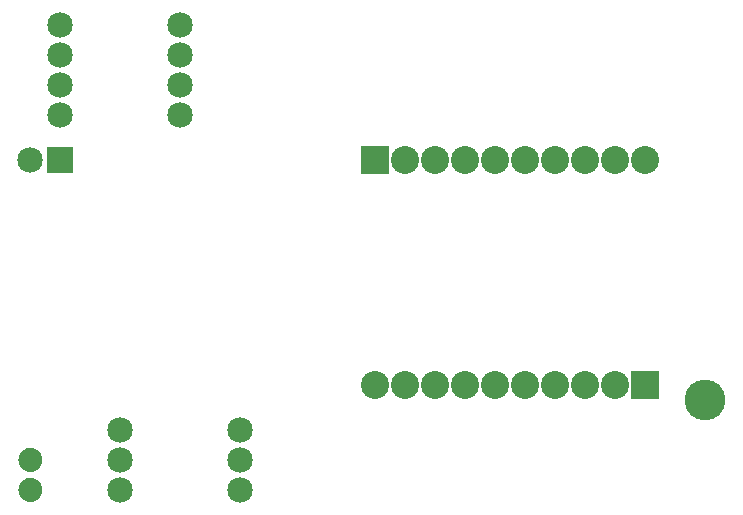
<source format=gts>
G04 MADE WITH FRITZING*
G04 WWW.FRITZING.ORG*
G04 DOUBLE SIDED*
G04 HOLES PLATED*
G04 CONTOUR ON CENTER OF CONTOUR VECTOR*
%ASAXBY*%
%FSLAX23Y23*%
%MOIN*%
%OFA0B0*%
%SFA1.0B1.0*%
%ADD10C,0.135984*%
%ADD11C,0.093307*%
%ADD12C,0.085000*%
%ADD13R,0.093307X0.093307*%
%ADD14R,0.085000X0.085000*%
%ADD15R,0.001000X0.001000*%
%LNMASK1*%
G90*
G70*
G54D10*
X2441Y469D03*
G54D11*
X2241Y519D03*
X2141Y519D03*
X2041Y519D03*
X1941Y519D03*
X1841Y519D03*
X1741Y519D03*
X1641Y519D03*
X1541Y519D03*
X1441Y519D03*
X1341Y519D03*
X1341Y1269D03*
X1441Y1269D03*
X1541Y1269D03*
X1641Y1269D03*
X1741Y1269D03*
X1841Y1269D03*
X1941Y1269D03*
X2041Y1269D03*
X2141Y1269D03*
X2241Y1269D03*
G54D12*
X291Y1719D03*
X691Y1719D03*
X291Y1619D03*
X691Y1619D03*
X291Y1519D03*
X691Y1519D03*
X291Y1419D03*
X691Y1419D03*
X491Y369D03*
X891Y369D03*
X491Y169D03*
X891Y169D03*
X491Y269D03*
X891Y269D03*
X291Y1269D03*
X191Y1269D03*
G54D13*
X2241Y519D03*
X1341Y1269D03*
G54D14*
X291Y1269D03*
G54D15*
X188Y309D02*
X194Y309D01*
X182Y308D02*
X200Y308D01*
X178Y307D02*
X203Y307D01*
X176Y306D02*
X206Y306D01*
X174Y305D02*
X208Y305D01*
X172Y304D02*
X210Y304D01*
X170Y303D02*
X211Y303D01*
X169Y302D02*
X213Y302D01*
X167Y301D02*
X214Y301D01*
X166Y300D02*
X216Y300D01*
X165Y299D02*
X217Y299D01*
X164Y298D02*
X218Y298D01*
X163Y297D02*
X219Y297D01*
X162Y296D02*
X220Y296D01*
X161Y295D02*
X221Y295D01*
X160Y294D02*
X222Y294D01*
X159Y293D02*
X222Y293D01*
X159Y292D02*
X223Y292D01*
X158Y291D02*
X224Y291D01*
X157Y290D02*
X224Y290D01*
X157Y289D02*
X225Y289D01*
X156Y288D02*
X226Y288D01*
X156Y287D02*
X226Y287D01*
X155Y286D02*
X227Y286D01*
X155Y285D02*
X227Y285D01*
X154Y284D02*
X227Y284D01*
X154Y283D02*
X228Y283D01*
X153Y282D02*
X228Y282D01*
X153Y281D02*
X228Y281D01*
X153Y280D02*
X229Y280D01*
X153Y279D02*
X229Y279D01*
X152Y278D02*
X229Y278D01*
X152Y277D02*
X229Y277D01*
X152Y276D02*
X230Y276D01*
X152Y275D02*
X230Y275D01*
X152Y274D02*
X230Y274D01*
X152Y273D02*
X230Y273D01*
X151Y272D02*
X230Y272D01*
X151Y271D02*
X230Y271D01*
X151Y270D02*
X230Y270D01*
X151Y269D02*
X230Y269D01*
X151Y268D02*
X230Y268D01*
X151Y267D02*
X230Y267D01*
X151Y266D02*
X230Y266D01*
X152Y265D02*
X230Y265D01*
X152Y264D02*
X230Y264D01*
X152Y263D02*
X230Y263D01*
X152Y262D02*
X230Y262D01*
X152Y261D02*
X229Y261D01*
X152Y260D02*
X229Y260D01*
X153Y259D02*
X229Y259D01*
X153Y258D02*
X229Y258D01*
X153Y257D02*
X228Y257D01*
X154Y256D02*
X228Y256D01*
X154Y255D02*
X228Y255D01*
X154Y254D02*
X227Y254D01*
X155Y253D02*
X227Y253D01*
X155Y252D02*
X226Y252D01*
X156Y251D02*
X226Y251D01*
X156Y250D02*
X225Y250D01*
X157Y249D02*
X225Y249D01*
X157Y248D02*
X224Y248D01*
X158Y247D02*
X223Y247D01*
X159Y246D02*
X223Y246D01*
X160Y245D02*
X222Y245D01*
X160Y244D02*
X221Y244D01*
X161Y243D02*
X220Y243D01*
X162Y242D02*
X220Y242D01*
X163Y241D02*
X219Y241D01*
X164Y240D02*
X218Y240D01*
X165Y239D02*
X216Y239D01*
X166Y238D02*
X215Y238D01*
X168Y237D02*
X214Y237D01*
X169Y236D02*
X212Y236D01*
X171Y235D02*
X211Y235D01*
X172Y234D02*
X209Y234D01*
X174Y233D02*
X207Y233D01*
X177Y232D02*
X205Y232D01*
X180Y231D02*
X202Y231D01*
X184Y230D02*
X198Y230D01*
X188Y209D02*
X194Y209D01*
X182Y208D02*
X200Y208D01*
X178Y207D02*
X203Y207D01*
X176Y206D02*
X206Y206D01*
X174Y205D02*
X208Y205D01*
X172Y204D02*
X210Y204D01*
X170Y203D02*
X212Y203D01*
X169Y202D02*
X213Y202D01*
X167Y201D02*
X214Y201D01*
X166Y200D02*
X216Y200D01*
X165Y199D02*
X217Y199D01*
X164Y198D02*
X218Y198D01*
X163Y197D02*
X219Y197D01*
X162Y196D02*
X220Y196D01*
X161Y195D02*
X221Y195D01*
X160Y194D02*
X222Y194D01*
X159Y193D02*
X222Y193D01*
X159Y192D02*
X223Y192D01*
X158Y191D02*
X224Y191D01*
X157Y190D02*
X224Y190D01*
X157Y189D02*
X225Y189D01*
X156Y188D02*
X226Y188D01*
X156Y187D02*
X226Y187D01*
X155Y186D02*
X227Y186D01*
X155Y185D02*
X227Y185D01*
X154Y184D02*
X227Y184D01*
X154Y183D02*
X228Y183D01*
X153Y182D02*
X228Y182D01*
X153Y181D02*
X228Y181D01*
X153Y180D02*
X229Y180D01*
X153Y179D02*
X229Y179D01*
X152Y178D02*
X229Y178D01*
X152Y177D02*
X229Y177D01*
X152Y176D02*
X230Y176D01*
X152Y175D02*
X230Y175D01*
X152Y174D02*
X230Y174D01*
X152Y173D02*
X230Y173D01*
X151Y172D02*
X230Y172D01*
X151Y171D02*
X230Y171D01*
X151Y170D02*
X230Y170D01*
X151Y169D02*
X230Y169D01*
X151Y168D02*
X230Y168D01*
X151Y167D02*
X230Y167D01*
X151Y166D02*
X230Y166D01*
X152Y165D02*
X230Y165D01*
X152Y164D02*
X230Y164D01*
X152Y163D02*
X230Y163D01*
X152Y162D02*
X230Y162D01*
X152Y161D02*
X229Y161D01*
X152Y160D02*
X229Y160D01*
X153Y159D02*
X229Y159D01*
X153Y158D02*
X229Y158D01*
X153Y157D02*
X228Y157D01*
X154Y156D02*
X228Y156D01*
X154Y155D02*
X228Y155D01*
X154Y154D02*
X227Y154D01*
X155Y153D02*
X227Y153D01*
X155Y152D02*
X226Y152D01*
X156Y151D02*
X226Y151D01*
X156Y150D02*
X225Y150D01*
X157Y149D02*
X225Y149D01*
X158Y148D02*
X224Y148D01*
X158Y147D02*
X223Y147D01*
X159Y146D02*
X223Y146D01*
X160Y145D02*
X222Y145D01*
X160Y144D02*
X221Y144D01*
X161Y143D02*
X220Y143D01*
X162Y142D02*
X220Y142D01*
X163Y141D02*
X219Y141D01*
X164Y140D02*
X218Y140D01*
X165Y139D02*
X216Y139D01*
X166Y138D02*
X215Y138D01*
X168Y137D02*
X214Y137D01*
X169Y136D02*
X212Y136D01*
X171Y135D02*
X211Y135D01*
X172Y134D02*
X209Y134D01*
X174Y133D02*
X207Y133D01*
X177Y132D02*
X205Y132D01*
X180Y131D02*
X202Y131D01*
X184Y130D02*
X198Y130D01*
D02*
G04 End of Mask1*
M02*
</source>
